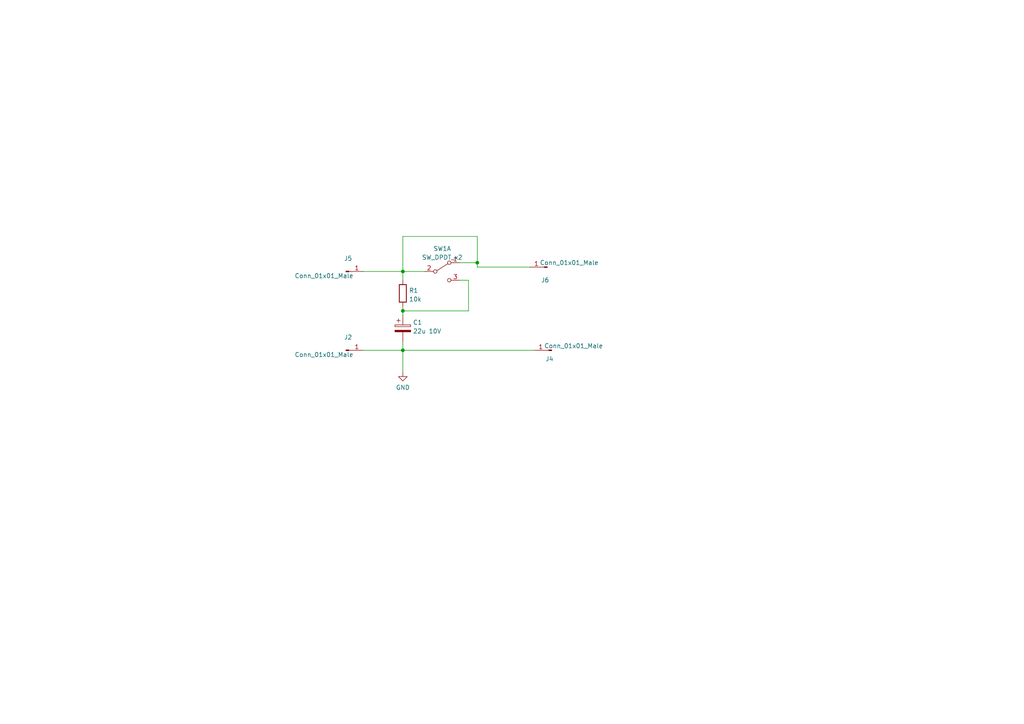
<source format=kicad_sch>
(kicad_sch (version 20211123) (generator eeschema)
  (paper "A4")
  (lib_symbols
    (symbol "Connector:Conn_01x01_Male" (pin_names (offset 1.016) hide)
      (property "Reference" "J" (at 0 2.54 0))
      (property "Value" "Conn_01x01_Male" (at 0 -2.54 0))
      (symbol "Conn_01x01_Male_1_1"
        (polyline (pts (xy 1.27 0) (xy 0.8636 0)) (stroke (width 0.1524)))
        (rectangle (start 0.8636 0.127) (end 0 -0.127) (stroke (width 0.1524)) (fill (type outline)))
        (pin passive line (at 5.08 0 180) (length 3.81) (name "Pin_1") (number "1"))
      )
    )
    (symbol "Device:C_Polarized" (pin_numbers hide) (pin_names (offset 0.254))
      (property "Reference" "C" (at 0.635 2.54 0))
      (property "Value" "C_Polarized" (at 0.635 -2.54 0))
      (symbol "C_Polarized_0_1"
        (rectangle (start -2.286 0.508) (end 2.286 1.016))
        (polyline (pts (xy -1.778 2.286) (xy -0.762 2.286)))
        (polyline (pts (xy -1.27 2.794) (xy -1.27 1.778)))
        (rectangle (start 2.286 -0.508) (end -2.286 -1.016) (fill (type outline)))
      )
      (symbol "C_Polarized_1_1"
        (pin passive line (at 0 3.81 270) (length 2.794) (name "~") (number "1"))
        (pin passive line (at 0 -3.81 90) (length 2.794) (name "~") (number "2"))
      )
    )
    (symbol "Device:R" (pin_numbers hide) (pin_names (offset 0))
      (property "Reference" "R" (at 2.032 0 90))
      (property "Value" "R" (at 0 0 90))
      (symbol "R_0_1"
        (rectangle (start -1.016 -2.54) (end 1.016 2.54) (stroke (width 0.254)))
      )
      (symbol "R_1_1"
        (pin passive line (at 0 3.81 270) (length 1.27) (name "~") (number "1"))
        (pin passive line (at 0 -3.81 90) (length 1.27) (name "~") (number "2"))
      )
    )
    (symbol "Switch:SW_DPDT_x2" (pin_names (offset 0) hide)
      (property "Reference" "SW" (at 0 4.318 0))
      (property "Value" "SW_DPDT_x2" (at 0 -5.08 0))
      (symbol "SW_DPDT_x2_0_0"
        (circle (center -2.032 0) (radius 0.508))
        (circle (center 2.032 -2.54) (radius 0.508))
      )
      (symbol "SW_DPDT_x2_0_1"
        (polyline (pts (xy -1.524 0.254) (xy 1.651 2.286)))
        (circle (center 2.032 2.54) (radius 0.508))
      )
      (symbol "SW_DPDT_x2_1_1"
        (pin passive line (at 5.08 2.54 180) (length 2.54) (name "A") (number "1"))
        (pin passive line (at -5.08 0 0) (length 2.54) (name "B") (number "2"))
        (pin passive line (at 5.08 -2.54 180) (length 2.54) (name "C") (number "3"))
      )
      (symbol "SW_DPDT_x2_2_1"
        (pin passive line (at 5.08 2.54 180) (length 2.54) (name "A") (number "4"))
        (pin passive line (at -5.08 0 0) (length 2.54) (name "B") (number "5"))
        (pin passive line (at 5.08 -2.54 180) (length 2.54) (name "C") (number "6"))
      )
    )
    (symbol "power:GND" (power) (pin_names (offset 0))
      (property "Value" "GND" (at 0 -3.81 0))
      (symbol "GND_0_1"
        (polyline (pts (xy 0 0) (xy 0 -1.27) (xy 1.27 -1.27) (xy 0 -2.54) (xy -1.27 -1.27) (xy 0 -1.27)))
      )
      (symbol "GND_1_1"
        (pin power_in line (at 0 0 270) (length 0) hide (name "GND") (number "1"))
      )
    )
  )
  (junction (at 138.43 76.2))
  (junction (at 116.84 101.6))
  (junction (at 116.84 90.17))
  (junction (at 116.84 78.74))
  (wire (pts (xy 116.84 88.9) (xy 116.84 90.17)))
  (wire (pts (xy 116.84 90.17) (xy 116.84 91.44)))
  (wire (pts (xy 116.84 90.17) (xy 135.89 90.17)))
  (wire (pts (xy 116.84 101.6) (xy 154.94 101.6)))
  (wire (pts (xy 135.89 90.17) (xy 135.89 81.28)))
  (wire (pts (xy 133.35 76.2) (xy 138.43 76.2)))
  (wire (pts (xy 138.43 76.2) (xy 138.43 68.58)))
  (wire (pts (xy 123.19 78.74) (xy 116.84 78.74)))
  (wire (pts (xy 138.43 77.47) (xy 138.43 76.2)))
  (wire (pts (xy 138.43 68.58) (xy 116.84 68.58)))
  (wire (pts (xy 153.67 77.47) (xy 138.43 77.47)))
  (wire (pts (xy 116.84 101.6) (xy 116.84 107.95)))
  (wire (pts (xy 116.84 68.58) (xy 116.84 78.74)))
  (wire (pts (xy 105.41 101.6) (xy 116.84 101.6)))
  (wire (pts (xy 105.41 78.74) (xy 116.84 78.74)))
  (wire (pts (xy 135.89 81.28) (xy 133.35 81.28)))
  (wire (pts (xy 116.84 101.6) (xy 116.84 99.06)))
  (wire (pts (xy 116.84 78.74) (xy 116.84 81.28)))
  (symbol (lib_id "Device:R") (at 116.84 85.09 0) (unit 1)
    (property "Reference" "R1" (at 118.618 84.2553 0) (effects (justify left)))
    (property "Value" "10k" (at 118.618 86.7922 0) (effects (justify left)))
    (property "Footprint" "Resistor_SMD:R_MiniMELF_MMA-0204" (effects hide))
  )
  (symbol (lib_id "Connector:Conn_01x01_Male") (at 158.75 77.47 180) (unit 1)
    (property "Reference" "J6" (at 158.115 81.246 0))
    (property "Value" "Conn_01x01_Male" (at 165.1 76.2 0))
    (property "Footprint" "TestPoint:TestPoint_Pad_2.0x2.0mm" (effects hide))
  )
  (symbol (lib_id "Connector:Conn_01x01_Male") (at 100.33 101.6 0) (unit 1)
    (property "Reference" "J2" (at 100.965 97.824 0))
    (property "Value" "Conn_01x01_Male" (at 93.98 102.87 0))
    (property "Footprint" "TestPoint:TestPoint_Pad_2.0x2.0mm" (effects hide))
  )
  (symbol (lib_id "Device:C_Polarized") (at 116.84 95.25 0) (unit 1)
    (property "Reference" "C1" (at 119.761 93.5263 0) (effects (justify left)))
    (property "Value" "22u 10V" (at 119.761 96.0632 0) (effects (justify left)))
    (property "Footprint" "Capacitor_Tantalum_SMD:CP_EIA-6032-15_Kemet-U" (effects hide))
  )
  (symbol (lib_id "power:GND") (at 116.84 107.95 0) (unit 1)
    (property "Reference" "#PWR0101" (effects hide))
    (property "Value" "GND" (at 116.84 112.3934 0))
  )
  (symbol (lib_id "Switch:SW_DPDT_x2") (at 128.27 78.74 0) (unit 1)
    (property "Reference" "SW1" (at 128.27 72.1192 0))
    (property "Value" "SW_DPDT_x2" (at 128.27 74.6561 0))
    (property "Footprint" "lavalier_switch:MFP 1220" (effects hide))
  )
  (symbol (lib_id "Connector:Conn_01x01_Male") (at 160.02 101.6 180) (unit 1)
    (property "Reference" "J4" (at 159.385 104.106 0))
    (property "Value" "Conn_01x01_Male" (at 166.37 100.33 0))
    (property "Footprint" "TestPoint:TestPoint_Pad_2.0x2.0mm" (effects hide))
  )
  (symbol (lib_id "Connector:Conn_01x01_Male") (at 100.33 78.74 0) (unit 1)
    (property "Reference" "J5" (at 100.965 74.964 0))
    (property "Value" "Conn_01x01_Male" (at 93.98 80.01 0))
    (property "Footprint" "TestPoint:TestPoint_Pad_2.0x2.0mm" (effects hide))
  )
)
</source>
